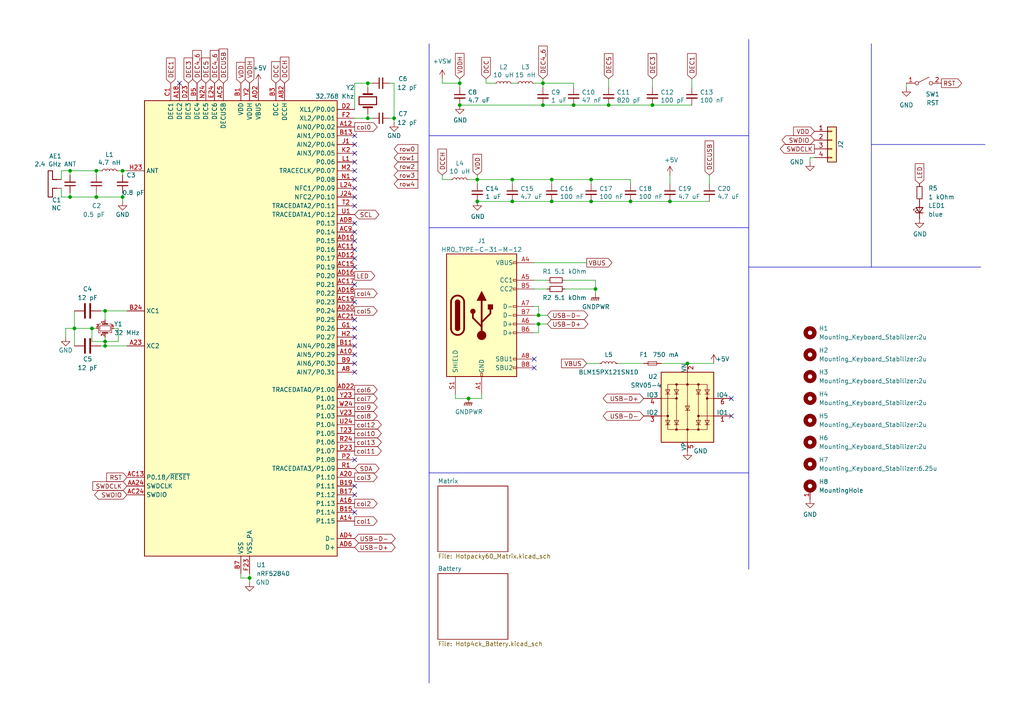
<source format=kicad_sch>
(kicad_sch (version 20230121) (generator eeschema)
  (paper "A4")
  (lib_symbols
    (symbol "Connector:USB_C_Receptacle_USB2.0" (pin_names (offset 1.016))
      (property "Reference" "J" (at -10.16 19.05 0))
      (property "Value" "USB_C_Receptacle_USB2.0" (at 19.05 19.05 0))
      (symbol "USB_C_Receptacle_USB2.0_1_1"
        (pin passive line (at 0 -22.86 90) (length 5.08) (name "GND") (number "A1"))
        (pin passive line (at 0 -22.86 90) (length 5.08) hide (name "GND") (number "A12"))
        (pin passive line (at 15.24 15.24 180) (length 5.08) (name "VBUS") (number "A4"))
        (pin bidirectional line (at 15.24 10.16 180) (length 5.08) (name "CC1") (number "A5"))
        (pin bidirectional line (at 15.24 -2.54 180) (length 5.08) (name "D+") (number "A6"))
        (pin bidirectional line (at 15.24 2.54 180) (length 5.08) (name "D-") (number "A7"))
        (pin bidirectional line (at 15.24 -12.7 180) (length 5.08) (name "SBU1") (number "A8"))
        (pin passive line (at 15.24 15.24 180) (length 5.08) hide (name "VBUS") (number "A9"))
        (pin passive line (at 0 -22.86 90) (length 5.08) hide (name "GND") (number "B1"))
        (pin passive line (at 0 -22.86 90) (length 5.08) hide (name "GND") (number "B12"))
        (pin passive line (at 15.24 15.24 180) (length 5.08) hide (name "VBUS") (number "B4"))
        (pin bidirectional line (at 15.24 7.62 180) (length 5.08) (name "CC2") (number "B5"))
        (pin bidirectional line (at 15.24 -5.08 180) (length 5.08) (name "D+") (number "B6"))
        (pin bidirectional line (at 15.24 0 180) (length 5.08) (name "D-") (number "B7"))
        (pin bidirectional line (at 15.24 -15.24 180) (length 5.08) (name "SBU2") (number "B8"))
        (pin passive line (at 15.24 15.24 180) (length 5.08) hide (name "VBUS") (number "B9"))
        (pin passive line (at -7.62 -22.86 90) (length 5.08) (name "SHIELD") (number "S1"))
      )
    )
    (symbol "Connector_Generic:Conn_01x04" (pin_names (offset 1.016) hide)
      (property "Reference" "J" (at 0 5.08 0))
      (property "Value" "Conn_01x04" (at 0 -7.62 0))
      (symbol "Conn_01x04_1_1"
        (pin passive line (at -5.08 2.54 0) (length 3.81) (name "Pin_1") (number "1"))
        (pin passive line (at -5.08 0 0) (length 3.81) (name "Pin_2") (number "2"))
        (pin passive line (at -5.08 -2.54 0) (length 3.81) (name "Pin_3") (number "3"))
        (pin passive line (at -5.08 -5.08 0) (length 3.81) (name "Pin_4") (number "4"))
      )
    )
    (symbol "Device:Antenna_Dipole" (pin_numbers hide) (pin_names (offset 1.016) hide)
      (property "Reference" "AE" (at 1.27 1.27 0))
      (property "Value" "Antenna_Dipole" (at 1.27 0 0))
      (symbol "Antenna_Dipole_1_1"
        (pin input line (at 0 -5.08 90) (length 2.54) (name "~") (number "1"))
        (pin input line (at 2.54 -5.08 90) (length 2.54) (name "~") (number "2"))
      )
    )
    (symbol "Device:C" (pin_numbers hide) (pin_names (offset 0.254))
      (property "Reference" "C" (at 0.635 2.54 0))
      (property "Value" "C" (at 0.635 -2.54 0))
      (symbol "C_1_1"
        (pin passive line (at 0 3.81 270) (length 2.794) (name "~") (number "1"))
        (pin passive line (at 0 -3.81 90) (length 2.794) (name "~") (number "2"))
      )
    )
    (symbol "Device:C_Small" (pin_numbers hide) (pin_names (offset 0.254) hide)
      (property "Reference" "C" (at 0.254 1.778 0))
      (property "Value" "C_Small" (at 0.254 -2.032 0))
      (symbol "C_Small_1_1"
        (pin passive line (at 0 2.54 270) (length 2.032) (name "~") (number "1"))
        (pin passive line (at 0 -2.54 90) (length 2.032) (name "~") (number "2"))
      )
    )
    (symbol "Device:Crystal" (pin_numbers hide) (pin_names (offset 1.016) hide)
      (property "Reference" "Y" (at 0 3.81 0))
      (property "Value" "Crystal" (at 0 -3.81 0))
      (symbol "Crystal_1_1"
        (pin passive line (at -3.81 0 0) (length 1.27) (name "1") (number "1"))
        (pin passive line (at 3.81 0 180) (length 1.27) (name "2") (number "2"))
      )
    )
    (symbol "Device:Crystal_GND24_Small" (pin_names (offset 1.016) hide)
      (property "Reference" "Y" (at 1.27 4.445 0))
      (property "Value" "Crystal_GND24_Small" (at 1.27 2.54 0))
      (symbol "Crystal_GND24_Small_1_1"
        (pin passive line (at -2.54 0 0) (length 1.27) (name "1") (number "1"))
        (pin passive line (at 0 -2.54 90) (length 0.635) (name "2") (number "2"))
        (pin passive line (at 2.54 0 180) (length 1.27) (name "3") (number "3"))
        (pin passive line (at 0 2.54 270) (length 0.635) (name "4") (number "4"))
      )
    )
    (symbol "Device:Fuse_Small" (pin_numbers hide) (pin_names (offset 0.254) hide)
      (property "Reference" "F" (at 0 -1.524 0))
      (property "Value" "Fuse_Small" (at 0 1.524 0))
      (symbol "Fuse_Small_1_1"
        (pin passive line (at -2.54 0 0) (length 1.27) (name "~") (number "1"))
        (pin passive line (at 2.54 0 180) (length 1.27) (name "~") (number "2"))
      )
    )
    (symbol "Device:LED_Small" (pin_numbers hide) (pin_names (offset 0.254) hide)
      (property "Reference" "D" (at -1.27 3.175 0))
      (property "Value" "LED_Small" (at -4.445 -2.54 0))
      (symbol "LED_Small_1_1"
        (pin passive line (at -2.54 0 0) (length 1.778) (name "K") (number "1"))
        (pin passive line (at 2.54 0 180) (length 1.778) (name "A") (number "2"))
      )
    )
    (symbol "Device:L_Small" (pin_numbers hide) (pin_names (offset 0.254) hide)
      (property "Reference" "L" (at 0.762 1.016 0))
      (property "Value" "L_Small" (at 0.762 -1.016 0))
      (symbol "L_Small_1_1"
        (pin passive line (at 0 2.54 270) (length 0.508) (name "~") (number "1"))
        (pin passive line (at 0 -2.54 90) (length 0.508) (name "~") (number "2"))
      )
    )
    (symbol "Device:R_Small" (pin_numbers hide) (pin_names (offset 0.254) hide)
      (property "Reference" "R" (at 0.762 0.508 0))
      (property "Value" "R_Small" (at 0.762 -1.016 0))
      (symbol "R_Small_1_1"
        (pin passive line (at 0 2.54 270) (length 0.762) (name "~") (number "1"))
        (pin passive line (at 0 -2.54 90) (length 0.762) (name "~") (number "2"))
      )
    )
    (symbol "MCU_Nordic:nRF52840"
      (property "Reference" "U" (at 0 5.08 0))
      (property "Value" "nRF52840" (at 0 2.54 0))
      (symbol "nRF52840_1_1"
        (pin bidirectional line (at 33.02 -7.62 180) (length 5.08) (name "AIN5/P0.29") (number "A10"))
        (pin bidirectional line (at 33.02 58.42 180) (length 5.08) (name "AIN0/P0.02") (number "A12"))
        (pin bidirectional line (at 33.02 -55.88 180) (length 5.08) (name "P1.15") (number "A14"))
        (pin bidirectional line (at 33.02 -50.8 180) (length 5.08) (name "P1.13") (number "A16"))
        (pin passive line (at -17.78 71.12 270) (length 5.08) (name "DEC2") (number "A18"))
        (pin bidirectional line (at 33.02 -43.18 180) (length 5.08) (name "P1.10") (number "A20"))
        (pin passive line (at 0 71.12 270) (length 5.08) hide (name "VDD") (number "A22"))
        (pin input line (at -33.02 -5.08 0) (length 5.08) (name "XC2") (number "A23"))
        (pin bidirectional line (at 33.02 -12.7 180) (length 5.08) (name "AIN7/P0.31") (number "A8"))
        (pin input line (at -33.02 -45.72 0) (length 5.08) (name "SWDCLK") (number "AA24"))
        (pin power_out line (at 12.7 71.12 270) (length 5.08) (name "DCCH") (number "AB2"))
        (pin bidirectional line (at 33.02 22.86 180) (length 5.08) (name "P0.16") (number "AC11"))
        (pin bidirectional line (at -33.02 -43.18 0) (length 5.08) (name "P0.18/~{RESET}") (number "AC13"))
        (pin bidirectional line (at 33.02 17.78 180) (length 5.08) (name "P0.19") (number "AC15"))
        (pin bidirectional line (at 33.02 12.7 180) (length 5.08) (name "P0.21") (number "AC17"))
        (pin bidirectional line (at 33.02 7.62 180) (length 5.08) (name "P0.23") (number "AC19"))
        (pin bidirectional line (at 33.02 2.54 180) (length 5.08) (name "P0.25") (number "AC21"))
        (pin bidirectional line (at -33.02 -48.26 0) (length 5.08) (name "SWDIO") (number "AC24"))
        (pin passive line (at -5.08 71.12 270) (length 5.08) (name "DECUSB") (number "AC5"))
        (pin bidirectional line (at 33.02 27.94 180) (length 5.08) (name "P0.14") (number "AC9"))
        (pin bidirectional line (at 33.02 25.4 180) (length 5.08) (name "P0.15") (number "AD10"))
        (pin bidirectional line (at 33.02 20.32 180) (length 5.08) (name "P0.17") (number "AD12"))
        (pin passive line (at 0 71.12 270) (length 5.08) hide (name "VDD") (number "AD14"))
        (pin bidirectional line (at 33.02 15.24 180) (length 5.08) (name "P0.20") (number "AD16"))
        (pin bidirectional line (at 33.02 10.16 180) (length 5.08) (name "P0.22") (number "AD18"))
        (pin power_in line (at 5.08 71.12 270) (length 5.08) (name "VBUS") (number "AD2"))
        (pin bidirectional line (at 33.02 5.08 180) (length 5.08) (name "P0.24") (number "AD20"))
        (pin bidirectional line (at 33.02 -17.78 180) (length 5.08) (name "TRACEDATA0/P1.00") (number "AD22"))
        (pin passive line (at 0 71.12 270) (length 5.08) hide (name "VDD") (number "AD23"))
        (pin bidirectional line (at 33.02 -60.96 180) (length 5.08) (name "D-") (number "AD4"))
        (pin bidirectional line (at 33.02 -63.5 180) (length 5.08) (name "D+") (number "AD6"))
        (pin bidirectional line (at 33.02 30.48 180) (length 5.08) (name "P0.13") (number "AD8"))
        (pin power_in line (at 0 71.12 270) (length 5.08) (name "VDD") (number "B1"))
        (pin bidirectional line (at 33.02 -5.08 180) (length 5.08) (name "AIN4/P0.28") (number "B11"))
        (pin bidirectional line (at 33.02 55.88 180) (length 5.08) (name "AIN1/P0.03") (number "B13"))
        (pin bidirectional line (at 33.02 -53.34 180) (length 5.08) (name "P1.14") (number "B15"))
        (pin bidirectional line (at 33.02 -48.26 180) (length 5.08) (name "P1.12") (number "B17"))
        (pin bidirectional line (at 33.02 -45.72 180) (length 5.08) (name "P1.11") (number "B19"))
        (pin input line (at -33.02 5.08 0) (length 5.08) (name "XC1") (number "B24"))
        (pin power_out line (at 10.16 71.12 270) (length 5.08) (name "DCC") (number "B3"))
        (pin passive line (at -12.7 71.12 270) (length 5.08) (name "DEC4") (number "B5"))
        (pin power_in line (at 0 -71.12 90) (length 5.08) (name "VSS") (number "B7"))
        (pin bidirectional line (at 33.02 -10.16 180) (length 5.08) (name "AIN6/P0.30") (number "B9"))
        (pin passive line (at -20.32 71.12 270) (length 5.08) (name "DEC1") (number "C1"))
        (pin bidirectional line (at 33.02 63.5 180) (length 5.08) (name "XL1/P0.00") (number "D2"))
        (pin passive line (at -15.24 71.12 270) (length 5.08) (name "DEC3") (number "D23"))
        (pin passive line (at -7.62 71.12 270) (length 5.08) (name "DEC6") (number "E24"))
        (pin passive line (at 0 -71.12 90) (length 5.08) hide (name "VSS") (number "EP"))
        (pin bidirectional line (at 33.02 60.96 180) (length 5.08) (name "XL2/P0.01") (number "F2"))
        (pin power_in line (at 2.54 -71.12 90) (length 5.08) (name "VSS_PA") (number "F23"))
        (pin bidirectional line (at 33.02 0 180) (length 5.08) (name "P0.26") (number "G1"))
        (pin bidirectional line (at 33.02 -2.54 180) (length 5.08) (name "P0.27") (number "H2"))
        (pin passive line (at -33.02 45.72 0) (length 5.08) (name "ANT") (number "H23"))
        (pin bidirectional line (at 33.02 53.34 180) (length 5.08) (name "AIN2/P0.04") (number "J1"))
        (pin bidirectional line (at 33.02 38.1 180) (length 5.08) (name "NFC2/P0.10") (number "J24"))
        (pin bidirectional line (at 33.02 50.8 180) (length 5.08) (name "AIN3/P0.05") (number "K2"))
        (pin bidirectional line (at 33.02 48.26 180) (length 5.08) (name "P0.06") (number "L1"))
        (pin bidirectional line (at 33.02 40.64 180) (length 5.08) (name "NFC1/P0.09") (number "L24"))
        (pin bidirectional line (at 33.02 45.72 180) (length 5.08) (name "TRACECLK/P0.07") (number "M2"))
        (pin bidirectional line (at 33.02 43.18 180) (length 5.08) (name "P0.08") (number "N1"))
        (pin passive line (at -10.16 71.12 270) (length 5.08) (name "DEC5") (number "N24"))
        (pin bidirectional line (at 33.02 -38.1 180) (length 5.08) (name "P1.08") (number "P2"))
        (pin bidirectional line (at 33.02 -35.56 180) (length 5.08) (name "P1.07") (number "P23"))
        (pin bidirectional line (at 33.02 -40.64 180) (length 5.08) (name "TRACEDATA3/P1.09") (number "R1"))
        (pin bidirectional line (at 33.02 -33.02 180) (length 5.08) (name "P1.06") (number "R24"))
        (pin bidirectional line (at 33.02 35.56 180) (length 5.08) (name "TRACEDATA2/P0.11") (number "T2"))
        (pin bidirectional line (at 33.02 -30.48 180) (length 5.08) (name "P1.05") (number "T23"))
        (pin bidirectional line (at 33.02 33.02 180) (length 5.08) (name "TRACEDATA1/P0.12") (number "U1"))
        (pin bidirectional line (at 33.02 -27.94 180) (length 5.08) (name "P1.04") (number "U24"))
        (pin bidirectional line (at 33.02 -25.4 180) (length 5.08) (name "P1.03") (number "V23"))
        (pin passive line (at 0 71.12 270) (length 5.08) hide (name "VDD") (number "W1"))
        (pin bidirectional line (at 33.02 -22.86 180) (length 5.08) (name "P1.02") (number "W24"))
        (pin power_in line (at 2.54 71.12 270) (length 5.08) (name "VDDH") (number "Y2"))
        (pin bidirectional line (at 33.02 -20.32 180) (length 5.08) (name "P1.01") (number "Y23"))
      )
    )
    (symbol "Mechanical:MountingHole" (pin_names (offset 1.016))
      (property "Reference" "H" (at 0 5.08 0))
      (property "Value" "MountingHole" (at 0 3.175 0))
    )
    (symbol "MountingHole_1" (pin_names (offset 1.016))
      (property "Reference" "H7" (at 2.54 1.2701 0))
      (property "Value" "MountingHole" (at 2.54 -1.2699 0))
      (symbol "MountingHole_1_0_0"
        (text "" (at 5.08 -1.27 0) (effects (font (size 1.27 1.27))))
        (text "" (at 5.08 1.27 0) (effects (font (size 1.27 1.27))))
      )
      (symbol "MountingHole_1_1_1"
        (pin input line (at 0 -3.81 90) (length 2.54) (name "") (number "1"))
      )
    )
    (symbol "PCM_marbastlib-various:SRV05-4" (pin_names (offset 0))
      (property "Reference" "U" (at -5.08 11.43 0))
      (property "Value" "SRV05-4" (at 2.54 11.43 0))
      (symbol "SRV05-4_1_1"
        (pin passive line (at -12.7 2.54 0) (length 5.08) (name "IO1") (number "1"))
        (pin passive line (at 0 -12.7 90) (length 2.54) (name "VN") (number "2"))
        (pin passive line (at 12.7 2.54 180) (length 5.08) (name "IO2") (number "3"))
        (pin passive line (at 12.7 -2.54 180) (length 5.08) (name "IO3") (number "4"))
        (pin passive line (at 0 12.7 270) (length 2.54) (name "VP") (number "5"))
        (pin passive line (at -12.7 -2.54 0) (length 5.08) (name "IO4") (number "6"))
      )
    )
    (symbol "Switch:SW_SPST" (pin_names (offset 0) hide)
      (property "Reference" "SW" (at 0 3.175 0))
      (property "Value" "SW_SPST" (at 0 -2.54 0))
      (symbol "SW_SPST_1_1"
        (pin passive line (at -5.08 0 0) (length 2.54) (name "A") (number "1"))
        (pin passive line (at 5.08 0 180) (length 2.54) (name "B") (number "2"))
      )
    )
    (symbol "power:+5V" (power) (pin_names (offset 0))
      (property "Value" "+5V" (at 0 3.556 0))
      (symbol "+5V_1_1"
        (pin power_in line (at 0 0 90) (length 0) hide (name "+5V") (number "1"))
      )
    )
    (symbol "power:+VSW" (power) (pin_names (offset 0))
      (property "Value" "+VSW" (at 0 3.556 0))
      (symbol "+VSW_1_1"
        (pin power_in line (at 0 0 90) (length 0) hide (name "+VSW") (number "1"))
      )
    )
    (symbol "power:GND" (power) (pin_names (offset 0))
      (property "Value" "GND" (at 0 -3.81 0))
      (symbol "GND_1_1"
        (pin power_in line (at 0 0 270) (length 0) hide (name "GND") (number "1"))
      )
    )
    (symbol "power:GNDPWR" (power) (pin_names (offset 0))
      (property "Value" "GNDPWR" (at 0 -3.302 0))
      (symbol "GNDPWR_1_1"
        (pin power_in line (at 0 0 270) (length 0) hide (name "GNDPWR") (number "1"))
      )
    )
  )
  (junction (at 35.56 49.53))
  (junction (at 171.45 52.07) (diameter 0.9144))
  (junction (at 27.94 57.15))
  (junction (at 133.35 30.48) (diameter 0.9144))
  (junction (at 135.89 115.57))
  (junction (at 138.43 52.07) (diameter 0.9144))
  (junction (at 35.56 57.15))
  (junction (at 166.37 30.48) (diameter 0.9144))
  (junction (at 156.21 91.44))
  (junction (at 156.21 93.98))
  (junction (at 72.39 167.64))
  (junction (at 30.48 90.17))
  (junction (at 157.48 24.13) (diameter 0.9144))
  (junction (at 194.31 58.42) (diameter 0.9144))
  (junction (at 189.23 30.48) (diameter 0.9144))
  (junction (at 160.02 52.07) (diameter 0.9144))
  (junction (at 20.32 49.53))
  (junction (at 20.32 57.15))
  (junction (at 21.59 95.25))
  (junction (at 106.68 24.13))
  (junction (at 27.94 49.53))
  (junction (at 114.3 34.29))
  (junction (at 30.48 99.06))
  (junction (at 157.48 30.48) (diameter 0.9144))
  (junction (at 160.02 58.42) (diameter 0.9144))
  (junction (at 176.53 30.48) (diameter 0.9144))
  (junction (at 133.35 24.13) (diameter 0.9144))
  (junction (at 172.72 83.82) (diameter 0.9144))
  (junction (at 30.48 100.33))
  (junction (at 199.39 105.41))
  (junction (at 138.43 58.42) (diameter 0.9144))
  (junction (at 148.59 52.07) (diameter 0.9144))
  (junction (at 171.45 58.42) (diameter 0.9144))
  (junction (at 26.67 95.25))
  (junction (at 106.68 34.29))
  (junction (at 148.59 58.42) (diameter 0.9144))
  (junction (at 182.88 58.42) (diameter 0.9144))
  (no_connect (at 212.09 115.57))
  (no_connect (at 102.87 39.37))
  (no_connect (at 154.94 106.68))
  (no_connect (at 102.87 105.41))
  (no_connect (at 102.87 107.95))
  (no_connect (at 102.87 44.45))
  (no_connect (at 102.87 59.69))
  (no_connect (at 102.87 52.07))
  (no_connect (at 52.07 24.13))
  (no_connect (at 154.94 104.14))
  (no_connect (at 102.87 148.59))
  (no_connect (at 102.87 72.39))
  (no_connect (at 102.87 97.79))
  (no_connect (at 212.09 120.65))
  (no_connect (at 102.87 41.91))
  (no_connect (at 102.87 77.47))
  (no_connect (at 102.87 95.25))
  (no_connect (at 102.87 87.63))
  (no_connect (at 102.87 67.31))
  (no_connect (at 102.87 57.15))
  (no_connect (at 102.87 74.93))
  (no_connect (at 102.87 82.55))
  (no_connect (at 102.87 46.99))
  (no_connect (at 102.87 133.35))
  (no_connect (at 102.87 54.61))
  (no_connect (at 102.87 102.87))
  (no_connect (at 102.87 49.53))
  (no_connect (at 102.87 143.51))
  (no_connect (at 102.87 69.85))
  (no_connect (at 102.87 100.33))
  (no_connect (at 102.87 64.77))
  (no_connect (at 102.87 140.97))
  (no_connect (at 102.87 92.71))
  (wire (pts (xy 199.39 105.41) (xy 207.01 105.41)))
  (wire (pts (xy 102.87 34.29) (xy 106.68 34.29)))
  (wire (pts (xy 154.94 96.52) (xy 156.21 96.52)))
  (wire (pts (xy 106.68 34.29) (xy 107.95 34.29)))
  (wire (pts (xy 21.59 90.17) (xy 21.59 95.25)))
  (wire (pts (xy 171.45 52.07) (xy 171.45 53.34)))
  (wire (pts (xy 156.21 96.52) (xy 156.21 93.98)))
  (polyline (pts (xy 217.17 77.47) (xy 284.48 77.47)))
  (wire (pts (xy 157.48 30.48) (xy 166.37 30.48)))
  (wire (pts (xy 148.59 24.13) (xy 149.86 24.13)))
  (wire (pts (xy 69.85 167.64) (xy 72.39 167.64)))
  (wire (pts (xy 20.32 57.15) (xy 27.94 57.15)))
  (wire (pts (xy 128.27 22.86) (xy 128.27 24.13)))
  (wire (pts (xy 176.53 30.48) (xy 189.23 30.48)))
  (wire (pts (xy 135.89 115.57) (xy 139.7 115.57)))
  (wire (pts (xy 182.88 58.42) (xy 194.31 58.42)))
  (wire (pts (xy 29.21 49.53) (xy 27.94 49.53)))
  (wire (pts (xy 21.59 95.25) (xy 21.59 100.33)))
  (wire (pts (xy 138.43 52.07) (xy 138.43 53.34)))
  (wire (pts (xy 27.94 55.88) (xy 27.94 57.15)))
  (wire (pts (xy 102.87 24.13) (xy 106.68 24.13)))
  (wire (pts (xy 138.43 58.42) (xy 148.59 58.42)))
  (wire (pts (xy 156.21 93.98) (xy 158.75 93.98)))
  (wire (pts (xy 172.72 85.09) (xy 172.72 83.82)))
  (polyline (pts (xy 212.09 39.37) (xy 214.63 39.37)))
  (wire (pts (xy 27.94 95.25) (xy 26.67 95.25)))
  (wire (pts (xy 133.35 30.48) (xy 157.48 30.48)))
  (wire (pts (xy 128.27 50.8) (xy 128.27 52.07)))
  (wire (pts (xy 160.02 52.07) (xy 160.02 53.34)))
  (wire (pts (xy 138.43 52.07) (xy 135.89 52.07)))
  (wire (pts (xy 72.39 167.64) (xy 72.39 168.91)))
  (wire (pts (xy 29.21 100.33) (xy 30.48 100.33)))
  (wire (pts (xy 157.48 24.13) (xy 166.37 24.13)))
  (wire (pts (xy 140.97 24.13) (xy 143.51 24.13)))
  (wire (pts (xy 132.08 114.3) (xy 132.08 115.57)))
  (wire (pts (xy 21.59 95.25) (xy 19.05 95.25)))
  (wire (pts (xy 157.48 24.13) (xy 157.48 22.86)))
  (wire (pts (xy 102.87 31.75) (xy 102.87 24.13)))
  (wire (pts (xy 154.94 88.9) (xy 156.21 88.9)))
  (wire (pts (xy 163.83 81.28) (xy 172.72 81.28)))
  (wire (pts (xy 35.56 49.53) (xy 35.56 50.8)))
  (wire (pts (xy 17.78 54.61) (xy 17.78 57.15)))
  (polyline (pts (xy 124.46 66.04) (xy 217.17 66.04)))
  (wire (pts (xy 106.68 24.13) (xy 107.95 24.13)))
  (wire (pts (xy 166.37 24.13) (xy 166.37 25.4)))
  (wire (pts (xy 176.53 25.4) (xy 176.53 22.86)))
  (wire (pts (xy 20.32 55.88) (xy 20.32 57.15)))
  (polyline (pts (xy 214.63 39.37) (xy 217.17 39.37)))
  (wire (pts (xy 106.68 33.02) (xy 106.68 34.29)))
  (wire (pts (xy 189.23 30.48) (xy 200.66 30.48)))
  (wire (pts (xy 33.02 95.25) (xy 34.29 95.25)))
  (wire (pts (xy 148.59 53.34) (xy 148.59 52.07)))
  (wire (pts (xy 160.02 58.42) (xy 171.45 58.42)))
  (wire (pts (xy 148.59 52.07) (xy 160.02 52.07)))
  (wire (pts (xy 234.95 45.72) (xy 236.22 45.72)))
  (wire (pts (xy 26.67 95.25) (xy 26.67 99.06)))
  (wire (pts (xy 35.56 57.15) (xy 27.94 57.15)))
  (polyline (pts (xy 124.46 12.7) (xy 124.46 198.12)))
  (wire (pts (xy 166.37 30.48) (xy 176.53 30.48)))
  (polyline (pts (xy 124.46 39.37) (xy 212.09 39.37)))
  (wire (pts (xy 114.3 34.29) (xy 114.3 35.56)))
  (wire (pts (xy 154.94 93.98) (xy 156.21 93.98)))
  (wire (pts (xy 26.67 99.06) (xy 30.48 99.06)))
  (wire (pts (xy 34.29 99.06) (xy 30.48 99.06)))
  (wire (pts (xy 179.07 105.41) (xy 186.69 105.41)))
  (wire (pts (xy 128.27 24.13) (xy 133.35 24.13)))
  (wire (pts (xy 35.56 57.15) (xy 35.56 58.42)))
  (wire (pts (xy 35.56 49.53) (xy 36.83 49.53)))
  (wire (pts (xy 194.31 58.42) (xy 205.74 58.42)))
  (wire (pts (xy 132.08 115.57) (xy 135.89 115.57)))
  (wire (pts (xy 27.94 49.53) (xy 27.94 50.8)))
  (wire (pts (xy 171.45 58.42) (xy 182.88 58.42)))
  (polyline (pts (xy 217.17 11.43) (xy 217.17 165.1)))
  (wire (pts (xy 172.72 81.28) (xy 172.72 83.82)))
  (wire (pts (xy 20.32 49.53) (xy 20.32 50.8)))
  (wire (pts (xy 234.95 46.99) (xy 234.95 45.72)))
  (wire (pts (xy 170.18 105.41) (xy 173.99 105.41)))
  (wire (pts (xy 138.43 52.07) (xy 148.59 52.07)))
  (wire (pts (xy 158.75 91.44) (xy 156.21 91.44)))
  (wire (pts (xy 154.94 24.13) (xy 157.48 24.13)))
  (wire (pts (xy 17.78 57.15) (xy 20.32 57.15)))
  (wire (pts (xy 205.74 50.8) (xy 205.74 53.34)))
  (wire (pts (xy 194.31 50.8) (xy 194.31 53.34)))
  (wire (pts (xy 30.48 90.17) (xy 30.48 92.71)))
  (polyline (pts (xy 217.17 137.16) (xy 124.46 137.16)))
  (wire (pts (xy 140.97 22.86) (xy 140.97 24.13)))
  (wire (pts (xy 19.05 95.25) (xy 19.05 97.79)))
  (wire (pts (xy 30.48 100.33) (xy 36.83 100.33)))
  (wire (pts (xy 114.3 24.13) (xy 114.3 34.29)))
  (wire (pts (xy 191.77 105.41) (xy 199.39 105.41)))
  (wire (pts (xy 182.88 52.07) (xy 182.88 53.34)))
  (wire (pts (xy 157.48 24.13) (xy 157.48 25.4)))
  (wire (pts (xy 69.85 167.64) (xy 69.85 166.37)))
  (wire (pts (xy 154.94 83.82) (xy 158.75 83.82)))
  (wire (pts (xy 36.83 90.17) (xy 30.48 90.17)))
  (wire (pts (xy 189.23 22.86) (xy 189.23 25.4)))
  (wire (pts (xy 17.78 49.53) (xy 17.78 52.07)))
  (wire (pts (xy 200.66 22.86) (xy 200.66 25.4)))
  (wire (pts (xy 34.29 95.25) (xy 34.29 99.06)))
  (wire (pts (xy 138.43 50.8) (xy 138.43 52.07)))
  (wire (pts (xy 72.39 167.64) (xy 72.39 166.37)))
  (wire (pts (xy 34.29 49.53) (xy 35.56 49.53)))
  (wire (pts (xy 156.21 88.9) (xy 156.21 91.44)))
  (wire (pts (xy 20.32 49.53) (xy 27.94 49.53)))
  (wire (pts (xy 35.56 55.88) (xy 35.56 57.15)))
  (wire (pts (xy 30.48 99.06) (xy 30.48 100.33)))
  (wire (pts (xy 113.03 24.13) (xy 114.3 24.13)))
  (wire (pts (xy 160.02 52.07) (xy 171.45 52.07)))
  (wire (pts (xy 148.59 58.42) (xy 160.02 58.42)))
  (wire (pts (xy 133.35 24.13) (xy 133.35 22.86)))
  (wire (pts (xy 262.89 24.13) (xy 262.89 25.4)))
  (polyline (pts (xy 252.73 41.91) (xy 285.75 41.91)))
  (wire (pts (xy 154.94 76.2) (xy 170.18 76.2)))
  (wire (pts (xy 139.7 114.3) (xy 139.7 115.57)))
  (wire (pts (xy 163.83 83.82) (xy 172.72 83.82)))
  (wire (pts (xy 29.21 90.17) (xy 30.48 90.17)))
  (wire (pts (xy 133.35 25.4) (xy 133.35 24.13)))
  (wire (pts (xy 154.94 81.28) (xy 158.75 81.28)))
  (polyline (pts (xy 252.73 77.47) (xy 252.73 12.7)))
  (wire (pts (xy 113.03 34.29) (xy 114.3 34.29)))
  (wire (pts (xy 130.81 52.07) (xy 128.27 52.07)))
  (wire (pts (xy 30.48 97.79) (xy 30.48 99.06)))
  (wire (pts (xy 20.32 49.53) (xy 17.78 49.53)))
  (wire (pts (xy 106.68 24.13) (xy 106.68 25.4)))
  (wire (pts (xy 154.94 91.44) (xy 156.21 91.44)))
  (wire (pts (xy 171.45 52.07) (xy 182.88 52.07)))
  (wire (pts (xy 21.59 95.25) (xy 26.67 95.25)))
  (global_label "SCL" (shape bidirectional) (at 102.87 62.23 0) (property "Intersheetrefs" "${INTERSHEET_REFS}" (effects hide)))
  (global_label "DEC1" (shape input) (at 200.66 22.86 90) (property "Intersheetrefs" "${INTERSHEET_REFS}" (effects hide)))
  (global_label "DEC4_6" (shape input) (at 157.48 22.86 90) (property "Intersheetrefs" "${INTERSHEET_REFS}" (effects hide)))
  (global_label "DEC3" (shape input) (at 54.61 24.13 90) (property "Intersheetrefs" "${INTERSHEET_REFS}" (effects hide)))
  (global_label "col3" (shape output) (at 102.87 138.43 0) (property "Intersheetrefs" "${INTERSHEET_REFS}" (effects hide)))
  (global_label "col10" (shape output) (at 102.87 125.73 0) (property "Intersheetrefs" "${INTERSHEET_REFS}" (effects hide)))
  (global_label "USB-D+" (shape bidirectional) (at 102.87 158.75 0) (property "Intersheetrefs" "${INTERSHEET_REFS}" (effects hide)))
  (global_label "SWDIO" (shape bidirectional) (at 36.83 143.51 180) (property "Intersheetrefs" "${INTERSHEET_REFS}" (effects hide)))
  (global_label "DEC4_6" (shape input) (at 62.23 24.13 90) (property "Intersheetrefs" "${INTERSHEET_REFS}" (effects hide)))
  (global_label "DEC4_6" (shape input) (at 57.15 24.13 90) (property "Intersheetrefs" "${INTERSHEET_REFS}" (effects hide)))
  (global_label "col1" (shape output) (at 102.87 151.13 0) (property "Intersheetrefs" "${INTERSHEET_REFS}" (effects hide)))
  (global_label "DCCH" (shape input) (at 128.27 50.8 90) (property "Intersheetrefs" "${INTERSHEET_REFS}" (effects hide)))
  (global_label "col5" (shape output) (at 102.87 90.17 0) (property "Intersheetrefs" "${INTERSHEET_REFS}" (effects hide)))
  (global_label "DEC5" (shape input) (at 176.53 22.86 90) (property "Intersheetrefs" "${INTERSHEET_REFS}" (effects hide)))
  (global_label "DECUSB" (shape input) (at 205.74 50.8 90) (property "Intersheetrefs" "${INTERSHEET_REFS}" (effects hide)))
  (global_label "col4" (shape output) (at 102.87 85.09 0) (property "Intersheetrefs" "${INTERSHEET_REFS}" (effects hide)))
  (global_label "row2" (shape input) (at 114.3 48.26 0) (property "Intersheetrefs" "${INTERSHEET_REFS}" (effects hide)))
  (global_label "VBUS" (shape input) (at 170.18 105.41 180) (property "Intersheetrefs" "${INTERSHEET_REFS}" (effects hide)))
  (global_label "DCC" (shape input) (at 140.97 22.86 90) (property "Intersheetrefs" "${INTERSHEET_REFS}" (effects hide)))
  (global_label "RST" (shape input) (at 36.83 138.43 180) (property "Intersheetrefs" "${INTERSHEET_REFS}" (effects hide)))
  (global_label "col13" (shape output) (at 102.87 128.27 0) (property "Intersheetrefs" "${INTERSHEET_REFS}" (effects hide)))
  (global_label "VDDH" (shape input) (at 72.39 24.13 90) (property "Intersheetrefs" "${INTERSHEET_REFS}" (effects hide)))
  (global_label "VDDH" (shape input) (at 133.35 22.86 90) (property "Intersheetrefs" "${INTERSHEET_REFS}" (effects hide)))
  (global_label "SDA" (shape bidirectional) (at 102.87 135.89 0) (property "Intersheetrefs" "${INTERSHEET_REFS}" (effects hide)))
  (global_label "row0" (shape input) (at 114.3 43.18 0) (property "Intersheetrefs" "${INTERSHEET_REFS}" (effects hide)))
  (global_label "RST" (shape output) (at 273.05 24.13 0) (property "Intersheetrefs" "${INTERSHEET_REFS}" (effects hide)))
  (global_label "DCCH" (shape input) (at 82.55 24.13 90) (property "Intersheetrefs" "${INTERSHEET_REFS}" (effects hide)))
  (global_label "VBUS" (shape output) (at 170.18 76.2 0) (property "Intersheetrefs" "${INTERSHEET_REFS}" (effects hide)))
  (global_label "DECUSB" (shape input) (at 64.77 24.13 90) (property "Intersheetrefs" "${INTERSHEET_REFS}" (effects hide)))
  (global_label "USB-D+" (shape bidirectional) (at 158.75 93.98 0) (property "Intersheetrefs" "${INTERSHEET_REFS}" (effects hide)))
  (global_label "SWDIO" (shape bidirectional) (at 236.22 40.64 180) (property "Intersheetrefs" "${INTERSHEET_REFS}" (effects hide)))
  (global_label "VDD" (shape input) (at 69.85 24.13 90) (property "Intersheetrefs" "${INTERSHEET_REFS}" (effects hide)))
  (global_label "SWDCLK" (shape input) (at 36.83 140.97 180) (property "Intersheetrefs" "${INTERSHEET_REFS}" (effects hide)))
  (global_label "LED" (shape input) (at 266.7 53.34 90) (property "Intersheetrefs" "${INTERSHEET_REFS}" (effects hide)))
  (global_label "row1" (shape input) (at 114.3 45.72 0) (property "Intersheetrefs" "${INTERSHEET_REFS}" (effects hide)))
  (global_label "VDD" (shape input) (at 138.43 50.8 90) (property "Intersheetrefs" "${INTERSHEET_REFS}" (effects hide)))
  (global_label "row4" (shape input) (at 114.3 53.34 0) (property "Intersheetrefs" "${INTERSHEET_REFS}" (effects hide)))
  (global_label "col0" (shape output) (at 102.87 36.83 0) (property "Intersheetrefs" "${INTERSHEET_REFS}" (effects hide)))
  (global_label "USB-D-" (shape bidirectional) (at 186.69 120.65 180) (property "Intersheetrefs" "${INTERSHEET_REFS}" (effects hide)))
  (global_label "col7" (shape output) (at 102.87 115.57 0) (property "Intersheetrefs" "${INTERSHEET_REFS}" (effects hide)))
  (global_label "USB-D+" (shape bidirectional) (at 186.69 115.57 180) (property "Intersheetrefs" "${INTERSHEET_REFS}" (effects hide)))
  (global_label "VDD" (shape input) (at 236.22 38.1 180) (property "Intersheetrefs" "${INTERSHEET_REFS}" (effects hide)))
  (global_label "USB-D-" (shape bidirectional) (at 158.75 91.44 0) (property "Intersheetrefs" "${INTERSHEET_REFS}" (effects hide)))
  (global_label "DEC3" (shape input) (at 189.23 22.86 90) (property "Intersheetrefs" "${INTERSHEET_REFS}" (effects hide)))
  (global_label "DEC5" (shape input) (at 59.69 24.13 90) (property "Intersheetrefs" "${INTERSHEET_REFS}" (effects hide)))
  (global_label "col6" (shape output) (at 102.87 113.03 0) (property "Intersheetrefs" "${INTERSHEET_REFS}" (effects hide)))
  (global_label "SWDCLK" (shape output) (at 236.22 43.18 180) (property "Intersheetrefs" "${INTERSHEET_REFS}" (effects hide)))
  (global_label "col2" (shape output) (at 102.87 146.05 0) (property "Intersheetrefs" "${INTERSHEET_REFS}" (effects hide)))
  (global_label "col11" (shape output) (at 102.87 130.81 0) (property "Intersheetrefs" "${INTERSHEET_REFS}" (effects hide)))
  (global_label "col12" (shape output) (at 102.87 123.19 0) (property "Intersheetrefs" "${INTERSHEET_REFS}" (effects hide)))
  (global_label "col9" (shape output) (at 102.87 118.11 0) (property "Intersheetrefs" "${INTERSHEET_REFS}" (effects hide)))
  (global_label "DEC1" (shape input) (at 49.53 24.13 90) (property "Intersheetrefs" "${INTERSHEET_REFS}" (effects hide)))
  (global_label "USB-D-" (shape bidirectional) (at 102.87 156.21 0) (property "Intersheetrefs" "${INTERSHEET_REFS}" (effects hide)))
  (global_label "DCC" (shape input) (at 80.01 24.13 90) (property "Intersheetrefs" "${INTERSHEET_REFS}" (effects hide)))
  (global_label "col8" (shape output) (at 102.87 120.65 0) (property "Intersheetrefs" "${INTERSHEET_REFS}" (effects hide)))
  (global_label "row3" (shape input) (at 114.3 50.8 0) (property "Intersheetrefs" "${INTERSHEET_REFS}" (effects hide)))
  (global_label "LED" (shape output) (at 102.87 80.01 0) (property "Intersheetrefs" "${INTERSHEET_REFS}" (effects hide)))
  (symbol (lib_id "Device:C_Small") (at 110.49 24.13 90) (unit 1)
    (property "Reference" "C6" (at 116.84 22.86 90))
    (property "Value" "12 pF" (at 118.11 25.4 90))
    (property "Footprint" "Capacitor_SMD:C_0402_1005Metric" (effects hide))
    (property "Notes" "NP0, 2%" (effects hide))
    (property "LCSC" "C1547" (effects hide))
  )
  (symbol (lib_id "Device:C_Small") (at 110.49 34.29 90) (unit 1)
    (property "Reference" "C7" (at 116.84 33.02 90))
    (property "Value" "12 pF" (at 118.11 35.56 90))
    (property "Footprint" "Capacitor_SMD:C_0402_1005Metric" (effects hide))
    (property "Notes" "NP0, 2%" (effects hide))
    (property "LCSC" "C1547" (effects hide))
  )
  (symbol (lib_id "power:GND") (at 262.89 25.4 0) (unit 1)
    (property "Reference" "#PWR010" (effects hide))
    (property "Value" "GND" (at 262.89 30.48 0))
  )
  (symbol (lib_id "power:GND") (at 234.95 144.78 0) (unit 1)
    (property "Reference" "#PWR025" (effects hide))
    (property "Value" "GND" (at 234.95 149.225 0))
  )
  (symbol (lib_id "Mechanical:MountingHole") (at 234.95 96.52 0) (unit 1) (in_bom no)
    (property "Reference" "H1" (at 237.49 95.2499 0) (effects (justify left)))
    (property "Value" "Mounting_Keyboard_Stabilizer:2u" (at 237.49 97.7899 0) (effects (justify left)))
    (property "Footprint" "Mounting_Keyboard_Stabilizer:Stabilizer_Cherry_MX_2u" (effects hide))
  )
  (symbol (lib_id "Device:C_Small") (at 27.94 53.34 180) (unit 1)
    (property "Reference" "C2" (at 26.67 59.69 0) (effects (justify right)))
    (property "Value" "0.5 pF" (at 30.48 62.23 0) (effects (justify left)))
    (property "Footprint" "Capacitor_SMD:C_0402_1005Metric" (effects hide))
    (property "Notes" "NP0, 10%" (effects hide))
    (property "LCSC" "C77179" (effects hide))
  )
  (symbol (lib_id "Device:C_Small") (at 176.53 27.94 0) (unit 1)
    (property "Reference" "C11" (at 178.8668 26.7716 0) (effects (justify left)))
    (property "Value" "820 pF" (at 178.8668 29.083 0) (effects (justify left)))
    (property "Footprint" "Capacitor_SMD:C_0402_1005Metric" (effects hide))
    (property "Notes" "NP0, 5%" (effects hide))
    (property "LCSC" "C161159" (effects hide))
  )
  (symbol (lib_id "Device:L_Small") (at 176.53 105.41 90) (unit 1)
    (property "Reference" "L5" (at 176.53 102.87 90))
    (property "Value" "BLM15PX121SN1D" (at 176.53 107.95 90))
    (property "Footprint" "Inductor_SMD:L_0402_1005Metric" (effects hide))
    (property "LCSC" "C88970" (effects hide))
  )
  (symbol (lib_id "Mechanical:MountingHole") (at 234.95 115.57 0) (unit 1) (in_bom no)
    (property "Reference" "H4" (at 237.49 114.2999 0) (effects (justify left)))
    (property "Value" "Mounting_Keyboard_Stabilizer:2u" (at 237.49 116.8399 0) (effects (justify left)))
    (property "Footprint" "Mounting_Keyboard_Stabilizer:Stabilizer_Cherry_MX_2u" (effects hide))
  )
  (symbol (lib_id "Device:C") (at 25.4 100.33 90) (unit 1)
    (property "Reference" "C5" (at 25.4 104.14 90))
    (property "Value" "12 pF" (at 25.4 106.68 90))
    (property "Footprint" "Capacitor_SMD:C_0402_1005Metric" (effects hide))
  )
  (symbol (lib_id "power:GNDPWR") (at 135.89 115.57 0) (unit 1)
    (property "Reference" "#PWR014" (effects hide))
    (property "Value" "GNDPWR" (at 135.9916 119.4816 0))
  )
  (symbol (lib_id "power:GND") (at 234.95 46.99 0) (unit 1)
    (property "Reference" "#PWR011" (effects hide))
    (property "Value" "GND" (at 231.14 46.99 0))
  )
  (symbol (lib_id "PCM_marbastlib-various:SRV05-4") (at 199.39 118.11 180) (unit 1)
    (property "Reference" "U2" (at 187.96 109.22 0) (effects (justify right)))
    (property "Value" "SRV05-4" (at 182.88 111.76 0) (effects (justify right)))
    (property "Footprint" "PCM_marbastlib-various:SOT-23-6-routable" (effects hide))
    (property "Datasheet" "http://www.onsemi.com/pub/Collateral/SRV05-4-D.PDF" (effects hide))
  )
  (symbol (lib_id "power:GND") (at 199.39 130.81 0) (unit 1)
    (property "Reference" "#PWR012" (effects hide))
    (property "Value" "GND" (at 203.2 130.81 0))
  )
  (symbol (lib_id "power:GND") (at 266.7 63.5 0) (unit 1)
    (property "Reference" "#PWR09" (effects hide))
    (property "Value" "GND" (at 266.827 67.8942 0))
  )
  (symbol (lib_id "Device:LED_Small") (at 266.7 60.96 90) (unit 1)
    (property "Reference" "LED1" (at 269.24 59.6264 90) (effects (justify right)))
    (property "Value" "blue" (at 269.24 62.1664 90) (effects (justify right)))
    (property "Footprint" "LED_SMD:LED_0402_1005Metric" (effects hide))
    (property "LCSC" "C72038" (effects hide))
  )
  (symbol (lib_id "Connector:USB_C_Receptacle_USB2.0") (at 139.7 91.44 0) (unit 1)
    (property "Reference" "J1" (at 139.7 69.85 0))
    (property "Value" "HRO_TYPE-C-31-M-12" (at 139.7 72.39 0))
    (property "Footprint" "Connector_USB:USB_C_Receptacle_HRO_TYPE-C-31-M-12" (effects hide))
    (property "Datasheet" "https://www.usb.org/sites/default/files/documents/usb_type-c.zip" (effects hide))
  )
  (symbol (lib_id "Device:C_Small") (at 157.48 27.94 0) (unit 1)
    (property "Reference" "C9" (at 159.8168 26.7716 0) (effects (justify left)))
    (property "Value" "1 uF" (at 159.8168 29.083 0) (effects (justify left)))
    (property "Footprint" "Capacitor_SMD:C_0402_1005Metric" (effects hide))
    (property "Notes" "X7R, 10%" (effects hide))
    (property "LCSC" "C52923" (effects hide))
  )
  (symbol (lib_id "Device:C_Small") (at 205.74 55.88 0) (unit 1)
    (property "Reference" "C20" (at 208.0768 54.7116 0) (effects (justify left)))
    (property "Value" "4.7 uF" (at 208.0768 57.023 0) (effects (justify left)))
    (property "Footprint" "Capacitor_SMD:C_0402_1005Metric" (effects hide))
    (property "Notes" "X7R, 10%" (effects hide))
    (property "LCSC" "C23733" (effects hide))
  )
  (symbol (lib_id "Device:L_Small") (at 146.05 24.13 90) (unit 1)
    (property "Reference" "L2" (at 146.05 19.431 90))
    (property "Value" "10 uH" (at 146.05 21.7424 90))
    (property "Footprint" "Inductor_SMD:L_0603_1608Metric" (effects hide))
    (property "Notes" "50 mA, 20%" (effects hide))
    (property "LCSC" "C252081" (effects hide))
  )
  (symbol (lib_id "Device:Fuse_Small") (at 189.23 105.41 0) (unit 1)
    (property "Reference" "F1" (at 186.69 102.87 0))
    (property "Value" "750 mA" (at 193.04 102.87 0))
    (property "Footprint" "Fuse:Fuse_0603_1608Metric" (effects hide))
    (property "LCSC" "C20792" (effects hide))
  )
  (symbol (lib_id "Device:Crystal") (at 106.68 29.21 90) (unit 1)
    (property "Reference" "Y2" (at 100.33 25.4 90) (effects (justify right)))
    (property "Value" "32.768 Khz" (at 91.44 27.94 90) (effects (justify right)))
    (property "Footprint" "Crystal:Crystal_SMD_2012-2Pin_2.0x1.2mm" (effects hide))
  )
  (symbol (lib_id "power:GND") (at 133.35 30.48 0) (unit 1)
    (property "Reference" "#PWR06" (effects hide))
    (property "Value" "GND" (at 133.477 34.8742 0))
  )
  (symbol (lib_id "Device:C_Small") (at 200.66 27.94 0) (unit 1)
    (property "Reference" "C13" (at 202.9968 26.7716 0) (effects (justify left)))
    (property "Value" "100 nF" (at 202.9968 29.083 0) (effects (justify left)))
    (property "Footprint" "Capacitor_SMD:C_0402_1005Metric" (effects hide))
    (property "Notes" "X7R, 10%" (effects hide))
    (property "LCSC" "C1525" (effects hide))
  )
  (symbol (lib_id "Device:L_Small") (at 152.4 24.13 90) (unit 1)
    (property "Reference" "L3" (at 152.4 19.431 90))
    (property "Value" "15 nH" (at 152.4 21.7424 90))
    (property "Footprint" "Inductor_SMD:L_0402_1005Metric" (effects hide))
    (property "Notes" "10%" (effects hide))
    (property "LCSC" "C329619" (effects hide))
  )
  (symbol (lib_id "Device:C") (at 25.4 90.17 90) (unit 1)
    (property "Reference" "C4" (at 25.4 83.82 90))
    (property "Value" "12 pF" (at 25.4 86.36 90))
    (property "Footprint" "Capacitor_SMD:C_0402_1005Metric" (effects hide))
  )
  (symbol (lib_id "Device:L_Small") (at 133.35 52.07 90) (unit 1)
    (property "Reference" "L4" (at 133.35 47.371 90))
    (property "Value" "10 uH" (at 133.35 49.6824 90))
    (property "Footprint" "Inductor_SMD:L_0603_1608Metric" (effects hide))
    (property "Notes" "80 mA, 20%" (effects hide))
    (property "LCSC" "C252081" (effects hide))
  )
  (symbol (lib_name "MountingHole_1") (lib_id "Mechanical:MountingHole") (at 234.95 140.97 0) (unit 1) (in_bom no)
    (property "Reference" "H8" (at 237.49 139.6999 0) (effects (justify left)))
    (property "Value" "MountingHole" (at 237.49 142.2399 0) (effects (justify left)))
    (property "Footprint" "amtra5_outline:60_Outline-Modded-Type-C" (effects hide))
  )
  (symbol (lib_id "Device:C_Small") (at 182.88 55.88 0) (unit 1)
    (property "Reference" "C18" (at 185.2168 54.7116 0) (effects (justify left)))
    (property "Value" "100 nF" (at 185.2168 57.023 0) (effects (justify left)))
    (property "Footprint" "Capacitor_SMD:C_0402_1005Metric" (effects hide))
    (property "Notes" "X7R, 10%" (effects hide))
    (property "LCSC" "C1525" (effects hide))
  )
  (symbol (lib_id "Switch:SW_SPST") (at 267.97 24.13 0) (unit 1)
    (property "Reference" "SW1" (at 270.51 27.305 0))
    (property "Value" "RST" (at 270.51 29.845 0))
    (property "Footprint" "marbastlib-various:SW_SPST_SKQG_WithStem" (effects hide))
  )
  (symbol (lib_id "Mechanical:MountingHole") (at 234.95 102.87 0) (unit 1) (in_bom no)
    (property "Reference" "H2" (at 237.49 101.5999 0) (effects (justify left)))
    (property "Value" "Mounting_Keyboard_Stabilizer:2u" (at 237.49 104.1399 0) (effects (justify left)))
    (property "Footprint" "Mounting_Keyboard_Stabilizer:Stabilizer_Cherry_MX_2u" (effects hide))
  )
  (symbol (lib_id "Device:C_Small") (at 148.59 55.88 0) (unit 1)
    (property "Reference" "C15" (at 150.9268 54.7116 0) (effects (justify left)))
    (property "Value" "4.7 uF" (at 150.9268 57.023 0) (effects (justify left)))
    (property "Footprint" "Capacitor_SMD:C_0402_1005Metric" (effects hide))
    (property "Notes" "X7R, 10%" (effects hide))
    (property "LCSC" "C23733" (effects hide))
  )
  (symbol (lib_id "Device:C_Small") (at 166.37 27.94 0) (unit 1)
    (property "Reference" "C10" (at 168.7068 26.7716 0) (effects (justify left)))
    (property "Value" "47 nF" (at 168.7068 29.083 0) (effects (justify left)))
    (property "Footprint" "Capacitor_SMD:C_0603_1608Metric" (effects hide))
    (property "Notes" "X7R, 10%" (effects hide))
    (property "LCSC" "C26403" (effects hide))
  )
  (symbol (lib_id "Device:R_Small") (at 161.29 83.82 90) (mirror x) (unit 1)
    (property "Reference" "R2" (at 160.02 86.36 90) (effects (justify left)))
    (property "Value" "5.1 kOhm" (at 170.18 86.36 90) (effects (justify left)))
    (property "Footprint" "Resistor_SMD:R_0402_1005Metric" (effects hide))
    (property "LCSC" "C25905" (effects hide))
  )
  (symbol (lib_id "Device:C_Small") (at 133.35 27.94 0) (unit 1)
    (property "Reference" "C8" (at 135.6868 26.7716 0) (effects (justify left)))
    (property "Value" "4.7 uF" (at 135.6868 29.083 0) (effects (justify left)))
    (property "Footprint" "Capacitor_SMD:C_0402_1005Metric" (effects hide))
    (property "Notes" "X7R, 10%" (effects hide))
    (property "LCSC" "C23733" (effects hide))
  )
  (symbol (lib_id "Device:C_Small") (at 160.02 55.88 0) (unit 1)
    (property "Reference" "C16" (at 162.3568 54.7116 0) (effects (justify left)))
    (property "Value" "100 nF" (at 162.3568 57.023 0) (effects (justify left)))
    (property "Footprint" "Capacitor_SMD:C_0402_1005Metric" (effects hide))
    (property "Notes" "X7R, 10%" (effects hide))
    (property "LCSC" "C1525" (effects hide))
  )
  (symbol (lib_id "Connector_Generic:Conn_01x04") (at 241.3 40.64 0) (unit 1)
    (property "Reference" "J2" (at 243.84 41.91 90))
    (property "Footprint" "Connector_PinSocket_2.54mm:PinSocket_1x04_P2.54mm_Vertical" (effects hide))
  )
  (symbol (lib_id "Mechanical:MountingHole") (at 234.95 109.22 0) (unit 1) (in_bom no)
    (property "Reference" "H3" (at 237.49 107.9499 0) (effects (justify left)))
    (property "Value" "Mounting_Keyboard_Stabilizer:2u" (at 237.49 110.4899 0) (effects (justify left)))
    (property "Footprint" "Mounting_Keyboard_Stabilizer:Stabilizer_Cherry_MX_2u" (effects hide))
  )
  (symbol (lib_id "Mechanical:MountingHole") (at 234.95 121.92 0) (unit 1) (in_bom no)
    (property "Reference" "H5" (at 237.49 120.6499 0) (effects (justify left)))
    (property "Value" "Mounting_Keyboard_Stabilizer:2u" (at 237.49 123.1899 0) (effects (justify left)))
    (property "Footprint" "Mounting_Keyboard_Stabilizer:Stabilizer_Cherry_MX_2u" (effects hide))
  )
  (symbol (lib_id "power:+5V") (at 194.31 50.8 0) (unit 1)
    (property "Reference" "#PWR08" (effects hide))
    (property "Value" "+5V" (at 194.691 46.4058 0))
  )
  (symbol (lib_id "Mechanical:MountingHole") (at 234.95 128.27 0) (unit 1) (in_bom no)
    (property "Reference" "H6" (at 237.49 126.9999 0) (effects (justify left)))
    (property "Value" "Mounting_Keyboard_Stabilizer:2u" (at 237.49 129.5399 0) (effects (justify left)))
    (property "Footprint" "Mounting_Keyboard_Stabilizer:Stabilizer_Cherry_MX_2u" (effects hide))
  )
  (symbol (lib_id "Device:C_Small") (at 194.31 55.88 0) (unit 1)
    (property "Reference" "C19" (at 196.6468 54.7116 0) (effects (justify left)))
    (property "Value" "4.7 uF" (at 196.6468 57.023 0) (effects (justify left)))
    (property "Footprint" "Capacitor_SMD:C_0402_1005Metric" (effects hide))
    (property "Notes" "X7R, 10%" (effects hide))
    (property "LCSC" "C23733" (effects hide))
  )
  (symbol (lib_id "power:GNDPWR") (at 172.72 85.09 0) (unit 1)
    (property "Reference" "#PWR015" (effects hide))
    (property "Value" "GNDPWR" (at 172.8216 89.0016 0))
  )
  (symbol (lib_id "Mechanical:MountingHole") (at 234.95 134.62 0) (unit 1) (in_bom no)
    (property "Reference" "H7" (at 237.49 133.3499 0) (effects (justify left)))
    (property "Value" "Mounting_Keyboard_Stabilizer:6.25u" (at 237.49 135.8899 0) (effects (justify left)))
    (property "Footprint" "Mounting_Keyboard_Stabilizer:Stabilizer_Cherry_MX_6.25u" (effects hide))
  )
  (symbol (lib_id "Device:C_Small") (at 189.23 27.94 0) (unit 1)
    (property "Reference" "C12" (at 191.5668 26.7716 0) (effects (justify left)))
    (property "Value" "100 pF" (at 191.5668 29.083 0) (effects (justify left)))
    (property "Footprint" "Capacitor_SMD:C_0402_1005Metric" (effects hide))
    (property "Notes" "NP0, 5%" (effects hide))
    (property "LCSC" "C1546" (effects hide))
  )
  (symbol (lib_id "power:GND") (at 114.3 35.56 0) (unit 1)
    (property "Reference" "#PWR03" (effects hide))
    (property "Value" "GND" (at 114.3 39.37 0))
  )
  (symbol (lib_id "power:+VSW") (at 128.27 22.86 0) (unit 1)
    (property "Reference" "#PWR05" (effects hide))
    (property "Value" "+VSW" (at 128.27 17.78 0))
  )
  (symbol (lib_id "Device:C_Small") (at 35.56 53.34 180) (unit 1)
    (property "Reference" "C3" (at 39.37 50.8 0) (effects (justify left)))
    (property "Value" "0.8 pF" (at 41.91 55.88 0) (effects (justify left)))
    (property "Footprint" "Capacitor_SMD:C_0402_1005Metric" (effects hide))
    (property "Notes" "NP0, 10%" (effects hide))
    (property "LCSC" "C285068" (effects hide))
  )
  (symbol (lib_id "power:GND") (at 19.05 97.79 0) (unit 1)
    (property "Reference" "#PWR01" (effects hide))
    (property "Value" "GND" (at 19.05 101.6 0))
  )
  (symbol (lib_id "Device:R_Small") (at 266.7 55.88 0) (unit 1)
    (property "Reference" "R5" (at 269.24 54.6099 0) (effects (justify left)))
    (property "Value" "1 kOhm" (at 269.24 57.1499 0) (effects (justify left)))
    (property "Footprint" "Resistor_SMD:R_0402_1005Metric" (effects hide))
    (property "LCSC" "C25890" (effects hide))
  )
  (symbol (lib_id "Device:Antenna_Dipole") (at 12.7 52.07 90) (mirror x) (unit 1) (in_bom no)
    (property "Reference" "AE1" (at 16.0528 45.2882 90))
    (property "Value" "2.4 GHz ANT" (at 16.0528 47.5996 90))
    (property "Footprint" "RF_Antenna:Texas_SWRA117D_2.4GHz_Right" (effects hide))
  )
  (symbol (lib_id "Device:R_Small") (at 161.29 81.28 90) (mirror x) (unit 1)
    (property "Reference" "R1" (at 160.02 78.74 90) (effects (justify left)))
    (property "Value" "5.1 kOhm" (at 170.18 78.74 90) (effects (justify left)))
    (property "Footprint" "Resistor_SMD:R_0402_1005Metric" (effects hide))
    (property "LCSC" "C25905" (effects hide))
  )
  (symbol (lib_id "power:+5V") (at 74.93 24.13 0) (unit 1)
    (property "Reference" "#PWR04" (effects hide))
    (property "Value" "+5V" (at 75.311 19.7358 0))
  )
  (symbol (lib_id "Device:L_Small") (at 31.75 49.53 90) (unit 1)
    (property "Reference" "L1" (at 31.75 44.831 90))
    (property "Value" "4.7 nH" (at 31.75 47.1424 90))
    (property "Footprint" "Inductor_SMD:L_0402_1005Metric" (effects hide))
    (property "Notes" "5%" (effects hide))
    (property "LCSC" "C251965" (effects hide))
  )
  (symbol (lib_id "power:GND") (at 35.56 58.42 0) (unit 1)
    (property "Reference" "#PWR02" (effects hide))
    (property "Value" "GND" (at 35.56 62.23 0))
  )
  (symbol (lib_id "Device:Crystal_GND24_Small") (at 30.48 95.25 270) (unit 1)
    (property "Reference" "Y1" (at 34.29 93.98 90))
    (property "Value" "32 MHz" (at 36.83 96.52 90))
    (property "Footprint" "Crystal:Crystal_SMD_2016-4Pin_2.0x1.6mm" (effects hide))
  )
  (symbol (lib_id "Device:C_Small") (at 20.32 53.34 180) (unit 1) (in_bom no)
    (property "Reference" "C1" (at 17.78 58.0136 0) (effects (justify left)))
    (property "Value" "NC" (at 17.78 60.325 0) (effects (justify left)))
    (property "Footprint" "Capacitor_SMD:C_0402_1005Metric" (effects hide))
    (property "LCSC" "C77179" (effects hide))
  )
  (symbol (lib_id "MCU_Nordic:nRF52840") (at 69.85 95.25 0) (unit 1)
    (property "Reference" "U1" (at 74.3459 163.83 0) (effects (justify left)))
    (property "Value" "nRF52840" (at 74.3459 166.37 0) (effects (justify left)))
    (property "Footprint" "Package_DFN_QFN:Nordic_AQFN-73-1EP_7x7mm_P0.5mm" (effects hide))
    (property "Datasheet" "http://infocenter.nordicsemi.com/topic/com.nordic.infocenter.nrf52/dita/nrf52/chips/nrf52840.html" (effects hide))
  )
  (symbol (lib_id "power:GND") (at 72.39 168.91 0) (unit 1)
    (property "Reference" "#PWR028" (effects hide))
    (property "Value" "GND" (at 76.2 168.91 0))
  )
  (symbol (lib_id "power:+5V") (at 207.01 105.41 0) (unit 1)
    (property "Reference" "#PWR013" (effects hide))
    (property "Value" "+5V" (at 209.55 104.14 0))
  )
  (symbol (lib_id "power:GND") (at 138.43 58.42 0) (unit 1)
    (property "Reference" "#PWR07" (effects hide))
    (property "Value" "GND" (at 138.557 62.8142 0))
  )
  (symbol (lib_id "Device:C_Small") (at 171.45 55.88 0) (unit 1)
    (property "Reference" "C17" (at 173.7868 54.7116 0) (effects (justify left)))
    (property "Value" "100 nF" (at 173.7868 57.023 0) (effects (justify left)))
    (property "Footprint" "Capacitor_SMD:C_0402_1005Metric" (effects hide))
    (property "Notes" "X7R, 10%" (effects hide))
    (property "LCSC" "C1525" (effects hide))
  )
  (symbol (lib_id "Device:C_Small") (at 138.43 55.88 0) (unit 1)
    (property "Reference" "C14" (at 140.7668 54.7116 0) (effects (justify left)))
    (property "Value" "1 uF" (at 140.7668 57.023 0) (effects (justify left)))
    (property "Footprint" "Capacitor_SMD:C_0402_1005Metric" (effects hide))
    (property "Notes" "X7R, 10%" (effects hide))
    (property "LCSC" "C52923" (effects hide))
  )
  (sheet (at 127 140.97) (size 20.32 19.05) (stroke (width 0.1524))
    (property "Sheetname" "Matrix" (at 127 140.2584 0) (effects (justify left bottom)))
    (property "Sheetfile" "Hotpacky60_Matrix.kicad_sch" (at 127 160.6046 0) (effects (justify left top)))
  )
  (sheet (at 127 166.37) (size 20.32 19.05) (stroke (width 0.1524))
    (property "Sheetname" "Battery" (at 127 165.6584 0) (effects (justify left bottom)))
    (property "Sheetfile" "Hotp4ck_Battery.kicad_sch" (at 127 186.0046 0) (effects (justify left top)))
  )
)
</source>
